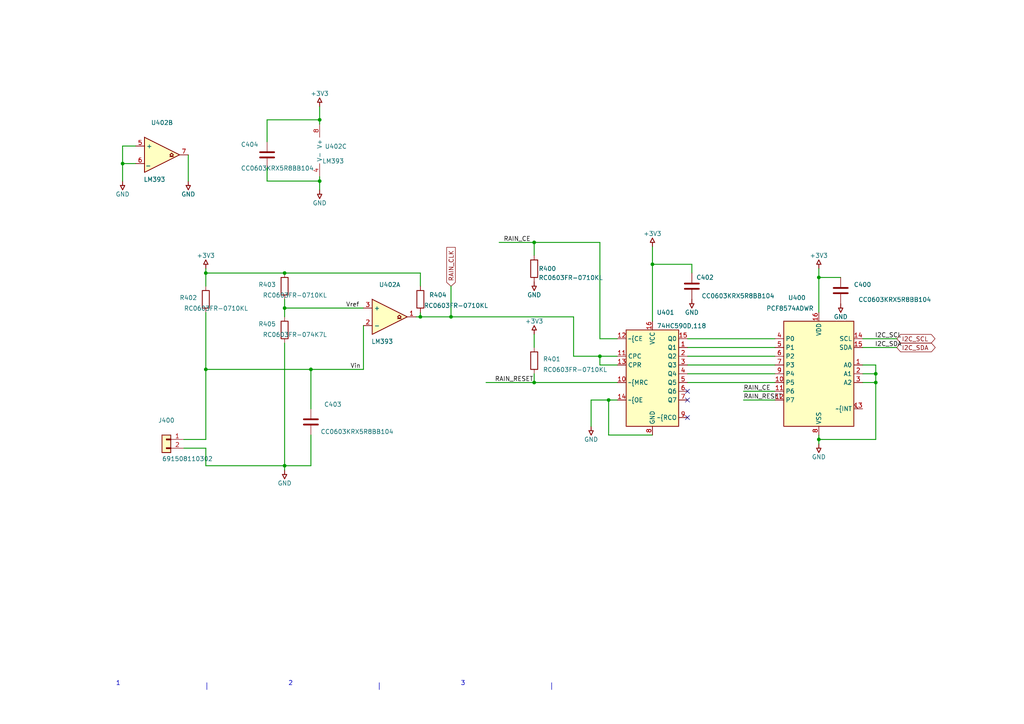
<source format=kicad_sch>
(kicad_sch (version 20211123) (generator eeschema)

  (uuid 93c23370-c88c-4540-ac2e-87dd120bc9d7)

  (paper "A4")

  (lib_symbols
    (symbol "main_board-altium-import:+3V3" (power) (in_bom yes) (on_board yes)
      (property "Reference" "#PWR" (id 0) (at 0 0 0)
        (effects (font (size 1.27 1.27)))
      )
      (property "Value" "+3V3" (id 1) (at 0 3.81 0)
        (effects (font (size 1.27 1.27)))
      )
      (property "Footprint" "" (id 2) (at 0 0 0)
        (effects (font (size 1.27 1.27)) hide)
      )
      (property "Datasheet" "" (id 3) (at 0 0 0)
        (effects (font (size 1.27 1.27)) hide)
      )
      (property "ki_keywords" "power-flag" (id 4) (at 0 0 0)
        (effects (font (size 1.27 1.27)) hide)
      )
      (property "ki_description" "Power symbol creates a global label with name '+3V3'" (id 5) (at 0 0 0)
        (effects (font (size 1.27 1.27)) hide)
      )
      (symbol "+3V3_0_0"
        (polyline
          (pts
            (xy 0 0)
            (xy 0 -1.27)
          )
          (stroke (width 0.254) (type default) (color 0 0 0 0))
          (fill (type none))
        )
        (polyline
          (pts
            (xy -0.635 -1.27)
            (xy 0.635 -1.27)
            (xy 0 -2.54)
            (xy -0.635 -1.27)
          )
          (stroke (width 0.254) (type default) (color 0 0 0 0))
          (fill (type none))
        )
        (pin power_in line (at 0 0 0) (length 0) hide
          (name "+3V3" (effects (font (size 1.27 1.27))))
          (number "" (effects (font (size 1.27 1.27))))
        )
      )
    )
    (symbol "main_board-altium-import:0_74HC590" (in_bom yes) (on_board yes)
      (property "Reference" "" (id 0) (at 0 0 0)
        (effects (font (size 1.27 1.27)))
      )
      (property "Value" "0_74HC590" (id 1) (at 0 0 0)
        (effects (font (size 1.27 1.27)))
      )
      (property "Footprint" "" (id 2) (at 0 0 0)
        (effects (font (size 1.27 1.27)) hide)
      )
      (property "Datasheet" "" (id 3) (at 0 0 0)
        (effects (font (size 1.27 1.27)) hide)
      )
      (property "ki_fp_filters" "SOIC127P600X175-16N" (id 4) (at 0 0 0)
        (effects (font (size 1.27 1.27)) hide)
      )
      (symbol "0_74HC590_1_0"
        (rectangle (start 7.62 15.24) (end -7.62 -12.7)
          (stroke (width 0.254) (type default) (color 0 0 0 0))
          (fill (type background))
        )
        (pin passive line (at 10.16 10.16 180) (length 2.54)
          (name "Q1" (effects (font (size 1.27 1.27))))
          (number "1" (effects (font (size 1.27 1.27))))
        )
        (pin passive line (at -10.16 0 0) (length 2.54)
          (name "~{MRC" (effects (font (size 1.27 1.27))))
          (number "10" (effects (font (size 1.27 1.27))))
        )
        (pin passive line (at -10.16 7.62 0) (length 2.54)
          (name "CPC" (effects (font (size 1.27 1.27))))
          (number "11" (effects (font (size 1.27 1.27))))
        )
        (pin passive line (at -10.16 12.7 0) (length 2.54)
          (name "~{CE" (effects (font (size 1.27 1.27))))
          (number "12" (effects (font (size 1.27 1.27))))
        )
        (pin passive line (at -10.16 5.08 0) (length 2.54)
          (name "CPR" (effects (font (size 1.27 1.27))))
          (number "13" (effects (font (size 1.27 1.27))))
        )
        (pin passive line (at -10.16 -5.08 0) (length 2.54)
          (name "~{OE" (effects (font (size 1.27 1.27))))
          (number "14" (effects (font (size 1.27 1.27))))
        )
        (pin passive line (at 10.16 12.7 180) (length 2.54)
          (name "Q0" (effects (font (size 1.27 1.27))))
          (number "15" (effects (font (size 1.27 1.27))))
        )
        (pin passive line (at 0 17.78 270) (length 2.54)
          (name "VCC" (effects (font (size 1.27 1.27))))
          (number "16" (effects (font (size 1.27 1.27))))
        )
        (pin passive line (at 10.16 7.62 180) (length 2.54)
          (name "Q2" (effects (font (size 1.27 1.27))))
          (number "2" (effects (font (size 1.27 1.27))))
        )
        (pin passive line (at 10.16 5.08 180) (length 2.54)
          (name "Q3" (effects (font (size 1.27 1.27))))
          (number "3" (effects (font (size 1.27 1.27))))
        )
        (pin passive line (at 10.16 2.54 180) (length 2.54)
          (name "Q4" (effects (font (size 1.27 1.27))))
          (number "4" (effects (font (size 1.27 1.27))))
        )
        (pin passive line (at 10.16 0 180) (length 2.54)
          (name "Q5" (effects (font (size 1.27 1.27))))
          (number "5" (effects (font (size 1.27 1.27))))
        )
        (pin passive line (at 10.16 -2.54 180) (length 2.54)
          (name "Q6" (effects (font (size 1.27 1.27))))
          (number "6" (effects (font (size 1.27 1.27))))
        )
        (pin passive line (at 10.16 -5.08 180) (length 2.54)
          (name "Q7" (effects (font (size 1.27 1.27))))
          (number "7" (effects (font (size 1.27 1.27))))
        )
        (pin passive line (at 0 -15.24 90) (length 2.54)
          (name "GND" (effects (font (size 1.27 1.27))))
          (number "8" (effects (font (size 1.27 1.27))))
        )
        (pin passive line (at 10.16 -10.16 180) (length 2.54)
          (name "~{RCO" (effects (font (size 1.27 1.27))))
          (number "9" (effects (font (size 1.27 1.27))))
        )
      )
    )
    (symbol "main_board-altium-import:0_LM393" (in_bom yes) (on_board yes)
      (property "Reference" "" (id 0) (at 0 0 0)
        (effects (font (size 1.27 1.27)))
      )
      (property "Value" "0_LM393" (id 1) (at 0 0 0)
        (effects (font (size 1.27 1.27)))
      )
      (property "Footprint" "" (id 2) (at 0 0 0)
        (effects (font (size 1.27 1.27)) hide)
      )
      (property "Datasheet" "" (id 3) (at 0 0 0)
        (effects (font (size 1.27 1.27)) hide)
      )
      (property "ki_fp_filters" "SOIC127P600X175-8N" (id 4) (at 0 0 0)
        (effects (font (size 1.27 1.27)) hide)
      )
      (symbol "0_LM393_1_0"
        (polyline
          (pts
            (xy -5.08 5.08)
            (xy 5.08 0)
            (xy -5.08 -5.08)
            (xy -5.08 5.08)
            (xy -5.08 5.08)
          )
          (stroke (width 0.254) (type default) (color 0 0 0 0))
          (fill (type background))
        )
        (polyline
          (pts
            (xy 3.302 -0.508)
            (xy 2.794 -0.508)
            (xy 3.302 0)
            (xy 2.794 0.508)
            (xy 2.286 0)
            (xy 2.794 -0.508)
            (xy 2.286 -0.508)
          )
          (stroke (width 0.254) (type default) (color 0 0 0 0))
          (fill (type none))
        )
        (pin passive line (at 7.62 0 180) (length 2.54)
          (name "1" (effects (font (size 0 0))))
          (number "1" (effects (font (size 1.27 1.27))))
        )
        (pin passive line (at -7.62 -2.54 0) (length 2.54)
          (name "-" (effects (font (size 1.27 1.27))))
          (number "2" (effects (font (size 1.27 1.27))))
        )
        (pin passive line (at -7.62 2.54 0) (length 2.54)
          (name "+" (effects (font (size 1.27 1.27))))
          (number "3" (effects (font (size 1.27 1.27))))
        )
      )
      (symbol "0_LM393_2_0"
        (polyline
          (pts
            (xy -5.08 5.08)
            (xy 5.08 0)
            (xy -5.08 -5.08)
            (xy -5.08 5.08)
            (xy -5.08 5.08)
          )
          (stroke (width 0.254) (type default) (color 0 0 0 0))
          (fill (type background))
        )
        (polyline
          (pts
            (xy 3.302 -0.508)
            (xy 2.794 -0.508)
            (xy 3.302 0)
            (xy 2.794 0.508)
            (xy 2.286 0)
            (xy 2.794 -0.508)
            (xy 2.286 -0.508)
          )
          (stroke (width 0.254) (type default) (color 0 0 0 0))
          (fill (type none))
        )
        (pin passive line (at -7.62 2.54 0) (length 2.54)
          (name "+" (effects (font (size 1.27 1.27))))
          (number "5" (effects (font (size 1.27 1.27))))
        )
        (pin passive line (at -7.62 -2.54 0) (length 2.54)
          (name "_" (effects (font (size 1.27 1.27))))
          (number "6" (effects (font (size 1.27 1.27))))
        )
        (pin passive line (at 7.62 0 180) (length 2.54)
          (name "7" (effects (font (size 0 0))))
          (number "7" (effects (font (size 1.27 1.27))))
        )
      )
      (symbol "0_LM393_3_0"
        (pin passive line (at -2.54 -7.62 90) (length 3.81)
          (name "V-" (effects (font (size 1.27 1.27))))
          (number "4" (effects (font (size 1.27 1.27))))
        )
        (pin passive line (at -2.54 7.62 270) (length 3.81)
          (name "V+" (effects (font (size 1.27 1.27))))
          (number "8" (effects (font (size 1.27 1.27))))
        )
      )
    )
    (symbol "main_board-altium-import:0_R" (in_bom yes) (on_board yes)
      (property "Reference" "" (id 0) (at 0 0 0)
        (effects (font (size 1.27 1.27)))
      )
      (property "Value" "0_R" (id 1) (at 0 0 0)
        (effects (font (size 1.27 1.27)))
      )
      (property "Footprint" "" (id 2) (at 0 0 0)
        (effects (font (size 1.27 1.27)) hide)
      )
      (property "Datasheet" "" (id 3) (at 0 0 0)
        (effects (font (size 1.27 1.27)) hide)
      )
      (property "ki_fp_filters" "RESC1608X50N" (id 4) (at 0 0 0)
        (effects (font (size 1.27 1.27)) hide)
      )
      (symbol "0_R_1_0"
        (rectangle (start 1.016 2.54) (end -1.016 -2.54)
          (stroke (width 0.254) (type default) (color 0 0 0 0))
          (fill (type none))
        )
        (pin passive line (at 0 3.81 270) (length 1.27)
          (name "1" (effects (font (size 0 0))))
          (number "1" (effects (font (size 0 0))))
        )
        (pin passive line (at 0 -3.81 90) (length 1.27)
          (name "2" (effects (font (size 0 0))))
          (number "2" (effects (font (size 0 0))))
        )
      )
    )
    (symbol "main_board-altium-import:0_mirrored_C" (in_bom yes) (on_board yes)
      (property "Reference" "" (id 0) (at 0 0 0)
        (effects (font (size 1.27 1.27)))
      )
      (property "Value" "0_mirrored_C" (id 1) (at 0 0 0)
        (effects (font (size 1.27 1.27)))
      )
      (property "Footprint" "" (id 2) (at 0 0 0)
        (effects (font (size 1.27 1.27)) hide)
      )
      (property "Datasheet" "" (id 3) (at 0 0 0)
        (effects (font (size 1.27 1.27)) hide)
      )
      (property "ki_fp_filters" "CAPC1608X80N" (id 4) (at 0 0 0)
        (effects (font (size 1.27 1.27)) hide)
      )
      (symbol "0_mirrored_C_1_0"
        (polyline
          (pts
            (xy 2.032 -0.762)
            (xy -2.032 -0.762)
          )
          (stroke (width 0.508) (type default) (color 0 0 0 0))
          (fill (type none))
        )
        (polyline
          (pts
            (xy 2.032 0.762)
            (xy -2.032 0.762)
          )
          (stroke (width 0.508) (type default) (color 0 0 0 0))
          (fill (type none))
        )
        (pin passive line (at 0 3.81 270) (length 2.794)
          (name "1" (effects (font (size 0 0))))
          (number "1" (effects (font (size 0 0))))
        )
        (pin passive line (at 0 -3.81 90) (length 2.794)
          (name "2" (effects (font (size 0 0))))
          (number "2" (effects (font (size 0 0))))
        )
      )
    )
    (symbol "main_board-altium-import:0_mirrored_Conn_01x02" (in_bom yes) (on_board yes)
      (property "Reference" "" (id 0) (at 0 0 0)
        (effects (font (size 1.27 1.27)))
      )
      (property "Value" "0_mirrored_Conn_01x02" (id 1) (at 0 0 0)
        (effects (font (size 1.27 1.27)))
      )
      (property "Footprint" "" (id 2) (at 0 0 0)
        (effects (font (size 1.27 1.27)) hide)
      )
      (property "Datasheet" "" (id 3) (at 0 0 0)
        (effects (font (size 1.27 1.27)) hide)
      )
      (property "ki_fp_filters" "con_691508110302_sm" (id 4) (at 0 0 0)
        (effects (font (size 1.27 1.27)) hide)
      )
      (symbol "0_mirrored_Conn_01x02_1_0"
        (rectangle (start 1.27 -2.413) (end 0 -2.667)
          (stroke (width 0.254) (type default) (color 0 0 0 0))
          (fill (type none))
        )
        (rectangle (start 1.27 0.127) (end 0 -0.127)
          (stroke (width 0.254) (type default) (color 0 0 0 0))
          (fill (type none))
        )
        (rectangle (start 1.27 1.27) (end -1.27 -3.81)
          (stroke (width 0.254) (type default) (color 0 0 0 0))
          (fill (type background))
        )
        (pin passive line (at 5.08 0 180) (length 3.81)
          (name "Pin_1" (effects (font (size 0 0))))
          (number "1" (effects (font (size 1.27 1.27))))
        )
        (pin passive line (at 5.08 -2.54 180) (length 3.81)
          (name "Pin_2" (effects (font (size 0 0))))
          (number "2" (effects (font (size 1.27 1.27))))
        )
      )
    )
    (symbol "main_board-altium-import:0_mirrored_PCF8574A" (in_bom yes) (on_board yes)
      (property "Reference" "" (id 0) (at 0 0 0)
        (effects (font (size 1.27 1.27)))
      )
      (property "Value" "0_mirrored_PCF8574A" (id 1) (at 0 0 0)
        (effects (font (size 1.27 1.27)))
      )
      (property "Footprint" "" (id 2) (at 0 0 0)
        (effects (font (size 1.27 1.27)) hide)
      )
      (property "Datasheet" "" (id 3) (at 0 0 0)
        (effects (font (size 1.27 1.27)) hide)
      )
      (property "ki_fp_filters" "SOIC127P1030X265-16N" (id 4) (at 0 0 0)
        (effects (font (size 1.27 1.27)) hide)
      )
      (symbol "0_mirrored_PCF8574A_1_0"
        (rectangle (start 10.16 15.24) (end -10.16 -15.24)
          (stroke (width 0.254) (type default) (color 0 0 0 0))
          (fill (type background))
        )
        (pin passive line (at 12.7 2.54 180) (length 2.54)
          (name "A0" (effects (font (size 1.27 1.27))))
          (number "1" (effects (font (size 1.27 1.27))))
        )
        (pin passive line (at -12.7 -2.54 0) (length 2.54)
          (name "P5" (effects (font (size 1.27 1.27))))
          (number "10" (effects (font (size 1.27 1.27))))
        )
        (pin passive line (at -12.7 -5.08 0) (length 2.54)
          (name "P6" (effects (font (size 1.27 1.27))))
          (number "11" (effects (font (size 1.27 1.27))))
        )
        (pin passive line (at -12.7 -7.62 0) (length 2.54)
          (name "P7" (effects (font (size 1.27 1.27))))
          (number "12" (effects (font (size 1.27 1.27))))
        )
        (pin passive output_low (at 12.7 -10.16 180) (length 2.54)
          (name "~{INT" (effects (font (size 1.27 1.27))))
          (number "13" (effects (font (size 1.27 1.27))))
        )
        (pin passive line (at 12.7 10.16 180) (length 2.54)
          (name "SCL" (effects (font (size 1.27 1.27))))
          (number "14" (effects (font (size 1.27 1.27))))
        )
        (pin passive line (at 12.7 7.62 180) (length 2.54)
          (name "SDA" (effects (font (size 1.27 1.27))))
          (number "15" (effects (font (size 1.27 1.27))))
        )
        (pin passive line (at 0 17.78 270) (length 2.54)
          (name "VDD" (effects (font (size 1.27 1.27))))
          (number "16" (effects (font (size 1.27 1.27))))
        )
        (pin passive line (at 12.7 0 180) (length 2.54)
          (name "A1" (effects (font (size 1.27 1.27))))
          (number "2" (effects (font (size 1.27 1.27))))
        )
        (pin passive line (at 12.7 -2.54 180) (length 2.54)
          (name "A2" (effects (font (size 1.27 1.27))))
          (number "3" (effects (font (size 1.27 1.27))))
        )
        (pin passive line (at -12.7 10.16 0) (length 2.54)
          (name "P0" (effects (font (size 1.27 1.27))))
          (number "4" (effects (font (size 1.27 1.27))))
        )
        (pin passive line (at -12.7 7.62 0) (length 2.54)
          (name "P1" (effects (font (size 1.27 1.27))))
          (number "5" (effects (font (size 1.27 1.27))))
        )
        (pin passive line (at -12.7 5.08 0) (length 2.54)
          (name "P2" (effects (font (size 1.27 1.27))))
          (number "6" (effects (font (size 1.27 1.27))))
        )
        (pin passive line (at -12.7 2.54 0) (length 2.54)
          (name "P3" (effects (font (size 1.27 1.27))))
          (number "7" (effects (font (size 1.27 1.27))))
        )
        (pin passive line (at 0 -17.78 90) (length 2.54)
          (name "VSS" (effects (font (size 1.27 1.27))))
          (number "8" (effects (font (size 1.27 1.27))))
        )
        (pin passive line (at -12.7 0 0) (length 2.54)
          (name "P4" (effects (font (size 1.27 1.27))))
          (number "9" (effects (font (size 1.27 1.27))))
        )
      )
    )
    (symbol "main_board-altium-import:2_C" (in_bom yes) (on_board yes)
      (property "Reference" "" (id 0) (at 0 0 0)
        (effects (font (size 1.27 1.27)))
      )
      (property "Value" "2_C" (id 1) (at 0 0 0)
        (effects (font (size 1.27 1.27)))
      )
      (property "Footprint" "" (id 2) (at 0 0 0)
        (effects (font (size 1.27 1.27)) hide)
      )
      (property "Datasheet" "" (id 3) (at 0 0 0)
        (effects (font (size 1.27 1.27)) hide)
      )
      (property "ki_fp_filters" "CAPC1608X80N" (id 4) (at 0 0 0)
        (effects (font (size 1.27 1.27)) hide)
      )
      (symbol "2_C_1_0"
        (polyline
          (pts
            (xy 2.032 -0.762)
            (xy -2.032 -0.762)
          )
          (stroke (width 0.508) (type default) (color 0 0 0 0))
          (fill (type none))
        )
        (polyline
          (pts
            (xy 2.032 0.762)
            (xy -2.032 0.762)
          )
          (stroke (width 0.508) (type default) (color 0 0 0 0))
          (fill (type none))
        )
        (pin passive line (at 0 -3.81 90) (length 2.794)
          (name "1" (effects (font (size 0 0))))
          (number "1" (effects (font (size 0 0))))
        )
        (pin passive line (at 0 3.81 270) (length 2.794)
          (name "2" (effects (font (size 0 0))))
          (number "2" (effects (font (size 0 0))))
        )
      )
    )
    (symbol "main_board-altium-import:GND" (power) (in_bom yes) (on_board yes)
      (property "Reference" "#PWR" (id 0) (at 0 0 0)
        (effects (font (size 1.27 1.27)))
      )
      (property "Value" "GND" (id 1) (at 0 3.81 0)
        (effects (font (size 1.27 1.27)))
      )
      (property "Footprint" "" (id 2) (at 0 0 0)
        (effects (font (size 1.27 1.27)) hide)
      )
      (property "Datasheet" "" (id 3) (at 0 0 0)
        (effects (font (size 1.27 1.27)) hide)
      )
      (property "ki_keywords" "power-flag" (id 4) (at 0 0 0)
        (effects (font (size 1.27 1.27)) hide)
      )
      (property "ki_description" "Power symbol creates a global label with name 'GND'" (id 5) (at 0 0 0)
        (effects (font (size 1.27 1.27)) hide)
      )
      (symbol "GND_0_0"
        (polyline
          (pts
            (xy 0 0)
            (xy 0 -1.27)
          )
          (stroke (width 0.254) (type default) (color 0 0 0 0))
          (fill (type none))
        )
        (polyline
          (pts
            (xy -0.635 -1.27)
            (xy 0.635 -1.27)
            (xy 0 -2.54)
            (xy -0.635 -1.27)
          )
          (stroke (width 0.254) (type default) (color 0 0 0 0))
          (fill (type none))
        )
        (pin power_in line (at 0 0 0) (length 0) hide
          (name "GND" (effects (font (size 1.27 1.27))))
          (number "" (effects (font (size 1.27 1.27))))
        )
      )
    )
  )

  (junction (at 59.69 79.1972) (diameter 0) (color 0 0 0 0)
    (uuid 064aac24-5ec4-4455-943f-d9ecbd0f9660)
  )
  (junction (at 121.92 91.8972) (diameter 0) (color 0 0 0 0)
    (uuid 19a3feb0-14d2-43c2-9f74-6f31af02a999)
  )
  (junction (at 254 110.9472) (diameter 0) (color 0 0 0 0)
    (uuid 50cee248-6ddf-4bc8-b5a6-435b91af9d5d)
  )
  (junction (at 154.94 70.3072) (diameter 0) (color 0 0 0 0)
    (uuid 5da53957-2029-42b6-bcd9-6a10253ec401)
  )
  (junction (at 176.53 116.0272) (diameter 0) (color 0 0 0 0)
    (uuid 7dd21565-75a6-450b-8f4b-60832b64adfa)
  )
  (junction (at 82.55 79.1972) (diameter 0) (color 0 0 0 0)
    (uuid 8408e127-31e9-4f78-b888-00a3ef9bcad9)
  )
  (junction (at 189.23 76.6572) (diameter 0) (color 0 0 0 0)
    (uuid 8f4f777c-b374-4d5b-8c3d-8706cd39a2ff)
  )
  (junction (at 237.49 80.4672) (diameter 0) (color 0 0 0 0)
    (uuid 9934d5ee-201a-4dee-a228-ef4560116b0b)
  )
  (junction (at 82.55 89.3572) (diameter 0) (color 0 0 0 0)
    (uuid 9dd5a8cb-6a16-48ca-86e4-360fc9a67dcf)
  )
  (junction (at 59.69 107.1372) (diameter 0) (color 0 0 0 0)
    (uuid a1c2ba6d-0f8e-4e6f-827e-a48244e91854)
  )
  (junction (at 82.55 135.0772) (diameter 0) (color 0 0 0 0)
    (uuid a1edcf75-5f8a-44d4-bcc2-8b43dedf8d3d)
  )
  (junction (at 154.94 110.9472) (diameter 0) (color 0 0 0 0)
    (uuid bd8c3a85-281d-42a4-bb36-b14ec5918ec6)
  )
  (junction (at 90.17 107.1372) (diameter 0) (color 0 0 0 0)
    (uuid bf218a8c-7db6-48ad-bff1-d0df12437973)
  )
  (junction (at 92.71 52.5272) (diameter 0) (color 0 0 0 0)
    (uuid c0dcdd34-525e-4043-9291-bb21f0bd4f15)
  )
  (junction (at 173.99 103.3272) (diameter 0) (color 0 0 0 0)
    (uuid cf1d63ab-dbb6-4a4e-a670-62b173bb55ed)
  )
  (junction (at 254 108.4072) (diameter 0) (color 0 0 0 0)
    (uuid dbbe1f35-f0b3-4e41-ad0c-8ed99a77b695)
  )
  (junction (at 35.56 47.4472) (diameter 0) (color 0 0 0 0)
    (uuid e5269552-2a58-4ed0-8dd5-3dcec5056f01)
  )
  (junction (at 92.71 34.7472) (diameter 0) (color 0 0 0 0)
    (uuid e790e3b7-c395-4bd1-80fb-8a481dda4c45)
  )
  (junction (at 130.81 91.8972) (diameter 0) (color 0 0 0 0)
    (uuid efbcbb9a-44e7-4de1-a9cd-3ea2011dbf68)
  )
  (junction (at 237.49 127.4572) (diameter 0) (color 0 0 0 0)
    (uuid f4541d51-1145-4286-a724-205bfa3f7084)
  )

  (no_connect (at 199.39 116.0272) (uuid 0a1c8dd3-79aa-4486-b130-3333f90ae4f8))
  (no_connect (at 199.39 113.4872) (uuid 12255160-cc9d-4b9a-8b8d-806e6491b5a7))
  (no_connect (at 199.39 121.1072) (uuid f5a28a1a-7f56-478a-aad0-76861dd7b0e0))

  (wire (pts (xy 82.55 135.0772) (xy 82.55 136.3472))
    (stroke (width 0.254) (type default) (color 0 0 0 0))
    (uuid 005a1ab2-ce64-4842-abf9-36bb47ceee5c)
  )
  (wire (pts (xy 254 108.4072) (xy 254 110.9472))
    (stroke (width 0.254) (type default) (color 0 0 0 0))
    (uuid 0a7481e2-d667-4d48-bede-7eb364cd9a5a)
  )
  (wire (pts (xy 121.92 79.1972) (xy 121.92 83.0072))
    (stroke (width 0.254) (type default) (color 0 0 0 0))
    (uuid 0c1717c9-a901-4c88-a658-0209a0dcb312)
  )
  (wire (pts (xy 59.69 79.1972) (xy 82.55 79.1972))
    (stroke (width 0.254) (type default) (color 0 0 0 0))
    (uuid 0f3734f9-7038-49d8-b5e5-f4faa91f9429)
  )
  (wire (pts (xy 82.55 89.3572) (xy 82.55 91.8972))
    (stroke (width 0.254) (type default) (color 0 0 0 0))
    (uuid 11331dfc-94ab-41c8-aa3b-ac4ad5877ea9)
  )
  (wire (pts (xy 90.17 107.1372) (xy 59.69 107.1372))
    (stroke (width 0.254) (type default) (color 0 0 0 0))
    (uuid 119da164-ffe2-4331-878e-ba3a5678fe1b)
  )
  (wire (pts (xy 90.17 135.0772) (xy 82.55 135.0772))
    (stroke (width 0.254) (type default) (color 0 0 0 0))
    (uuid 12dcfb5f-baa7-4d85-9719-3f6443ba0fa7)
  )
  (wire (pts (xy 254 110.9472) (xy 254 127.4572))
    (stroke (width 0.254) (type default) (color 0 0 0 0))
    (uuid 13e76b50-6881-4466-92bf-2e647347bb2b)
  )
  (wire (pts (xy 120.65 91.8972) (xy 121.92 91.8972))
    (stroke (width 0.254) (type default) (color 0 0 0 0))
    (uuid 1470aaa7-f5d1-4c6e-b77e-d3bf0820989c)
  )
  (wire (pts (xy 173.99 70.3072) (xy 154.94 70.3072))
    (stroke (width 0.254) (type default) (color 0 0 0 0))
    (uuid 168b75fc-110b-4067-98bf-b8bbc138f56e)
  )
  (wire (pts (xy 154.94 74.1172) (xy 154.94 70.3072))
    (stroke (width 0.254) (type default) (color 0 0 0 0))
    (uuid 17bc7b18-6131-424d-aa55-032544778d72)
  )
  (wire (pts (xy 82.55 79.1972) (xy 121.92 79.1972))
    (stroke (width 0.254) (type default) (color 0 0 0 0))
    (uuid 17f190fe-7b9c-4d82-8624-23a4cea3804e)
  )
  (wire (pts (xy 254 105.8672) (xy 254 108.4072))
    (stroke (width 0.254) (type default) (color 0 0 0 0))
    (uuid 21b4a2e6-0e40-4192-943e-bb939e580e2b)
  )
  (wire (pts (xy 39.37 47.4472) (xy 35.56 47.4472))
    (stroke (width 0.254) (type default) (color 0 0 0 0))
    (uuid 27eac3fb-bd87-4e25-b637-19f34283656e)
  )
  (wire (pts (xy 59.69 127.4572) (xy 53.34 127.4572))
    (stroke (width 0.254) (type default) (color 0 0 0 0))
    (uuid 32ec27c9-7c32-48ad-b1e4-0932e0962920)
  )
  (wire (pts (xy 90.17 118.5672) (xy 90.17 107.1372))
    (stroke (width 0.254) (type default) (color 0 0 0 0))
    (uuid 339af272-b753-45be-a8f1-5e3de643d818)
  )
  (wire (pts (xy 171.45 116.0272) (xy 176.53 116.0272))
    (stroke (width 0.254) (type default) (color 0 0 0 0))
    (uuid 34540347-5d64-4723-bd70-f2b6350c77e9)
  )
  (wire (pts (xy 237.49 80.4672) (xy 237.49 90.6272))
    (stroke (width 0.254) (type default) (color 0 0 0 0))
    (uuid 346336da-45ea-4778-a844-d2e98cc1d306)
  )
  (wire (pts (xy 59.69 77.9272) (xy 59.69 79.1972))
    (stroke (width 0.254) (type default) (color 0 0 0 0))
    (uuid 3b639d5b-5b2b-48f3-a1c1-e26227c92a17)
  )
  (wire (pts (xy 39.37 42.3672) (xy 35.56 42.3672))
    (stroke (width 0.254) (type default) (color 0 0 0 0))
    (uuid 3f59f9d0-66b2-4f21-a5ed-8e7a17415a71)
  )
  (wire (pts (xy 224.79 113.4872) (xy 215.646 113.4872))
    (stroke (width 0.254) (type default) (color 0 0 0 0))
    (uuid 41334b7d-d0c4-4f58-b084-db5b24dac967)
  )
  (wire (pts (xy 105.41 94.4372) (xy 105.41 107.1372))
    (stroke (width 0.254) (type default) (color 0 0 0 0))
    (uuid 41c905a2-5cb3-4936-a8e5-c7c833a365ba)
  )
  (wire (pts (xy 250.19 110.9472) (xy 254 110.9472))
    (stroke (width 0.254) (type default) (color 0 0 0 0))
    (uuid 437e16fe-d82b-4564-a666-f25477c1e583)
  )
  (wire (pts (xy 260.096 98.2472) (xy 250.19 98.2472))
    (stroke (width 0.254) (type default) (color 0 0 0 0))
    (uuid 466a58a5-4eb9-4c69-97e9-4fb9fe6988c9)
  )
  (wire (pts (xy 59.69 129.9972) (xy 59.69 135.0772))
    (stroke (width 0.254) (type default) (color 0 0 0 0))
    (uuid 46ae7f8b-54a5-4691-92d0-da888455968a)
  )
  (wire (pts (xy 224.79 105.8672) (xy 199.39 105.8672))
    (stroke (width 0.254) (type default) (color 0 0 0 0))
    (uuid 4c81d6d5-ad24-4042-ab44-53c4a6bcd968)
  )
  (wire (pts (xy 77.47 34.7472) (xy 92.71 34.7472))
    (stroke (width 0.254) (type default) (color 0 0 0 0))
    (uuid 4e059a00-b81b-46be-a368-6cffae6aa9fa)
  )
  (wire (pts (xy 59.69 90.6272) (xy 59.69 107.1372))
    (stroke (width 0.254) (type default) (color 0 0 0 0))
    (uuid 50d9dbff-4aec-4f88-9cce-560c958faa51)
  )
  (wire (pts (xy 154.94 70.3072) (xy 144.78 70.3072))
    (stroke (width 0.254) (type default) (color 0 0 0 0))
    (uuid 53c96dbb-00c5-4486-916c-76cceb4600f1)
  )
  (wire (pts (xy 90.17 126.1872) (xy 90.17 135.0772))
    (stroke (width 0.254) (type default) (color 0 0 0 0))
    (uuid 54bf18f1-ceae-4653-b836-2895f448ff5c)
  )
  (wire (pts (xy 92.71 51.2572) (xy 92.71 52.5272))
    (stroke (width 0.254) (type default) (color 0 0 0 0))
    (uuid 56830e75-df56-42e6-a590-da6bc25ee469)
  )
  (wire (pts (xy 189.23 93.1672) (xy 189.23 76.6572))
    (stroke (width 0.254) (type default) (color 0 0 0 0))
    (uuid 5977957e-b8cf-4c97-8cca-1440dd679b2c)
  )
  (wire (pts (xy 243.84 80.4672) (xy 237.49 80.4672))
    (stroke (width 0.254) (type default) (color 0 0 0 0))
    (uuid 598c5b27-7df0-4dad-ab18-5e5739cfa6d6)
  )
  (polyline (pts (xy 109.9999 200.0072) (xy 109.9999 198.0072))
    (stroke (width 0) (type solid) (color 0 0 0 0))
    (uuid 5a65eb5b-b8be-4b3a-97ae-07e401532b1b)
  )

  (wire (pts (xy 199.39 100.7872) (xy 224.79 100.7872))
    (stroke (width 0.254) (type default) (color 0 0 0 0))
    (uuid 5e26a5db-d7f3-4a6b-959d-6735112a36a6)
  )
  (wire (pts (xy 154.94 108.4072) (xy 154.94 110.9472))
    (stroke (width 0.254) (type default) (color 0 0 0 0))
    (uuid 61e904b9-872f-488c-93ce-98b352262492)
  )
  (wire (pts (xy 199.39 98.2472) (xy 224.79 98.2472))
    (stroke (width 0.254) (type default) (color 0 0 0 0))
    (uuid 6dd0c8db-e9ff-40a0-8b1a-e007d195ad07)
  )
  (wire (pts (xy 77.47 48.7172) (xy 77.47 52.5272))
    (stroke (width 0.254) (type default) (color 0 0 0 0))
    (uuid 74737951-8eb9-4215-8112-af16fcf005c7)
  )
  (wire (pts (xy 224.79 110.9472) (xy 199.39 110.9472))
    (stroke (width 0.254) (type default) (color 0 0 0 0))
    (uuid 790dbd70-cad7-439d-a2fd-0f5c751d6f81)
  )
  (wire (pts (xy 92.71 52.5272) (xy 92.71 55.0672))
    (stroke (width 0.254) (type default) (color 0 0 0 0))
    (uuid 7bb18fc8-1512-4bc2-9b37-e6d6ba951b06)
  )
  (wire (pts (xy 92.71 34.7472) (xy 92.71 36.0172))
    (stroke (width 0.254) (type default) (color 0 0 0 0))
    (uuid 7c1a33a4-c31d-4a13-b8b3-16b7930e5295)
  )
  (wire (pts (xy 250.19 105.8672) (xy 254 105.8672))
    (stroke (width 0.254) (type default) (color 0 0 0 0))
    (uuid 86f1ce58-7241-4d4b-9f6d-1b2f1770aa2d)
  )
  (wire (pts (xy 130.81 91.8972) (xy 166.37 91.8972))
    (stroke (width 0.254) (type default) (color 0 0 0 0))
    (uuid 88044554-1653-482a-8d09-5a8aacd89a82)
  )
  (wire (pts (xy 59.69 107.1372) (xy 59.69 127.4572))
    (stroke (width 0.254) (type default) (color 0 0 0 0))
    (uuid 88fb4dbb-7060-401f-8e25-4ba6db6f8746)
  )
  (wire (pts (xy 166.37 103.3272) (xy 173.99 103.3272))
    (stroke (width 0.254) (type default) (color 0 0 0 0))
    (uuid 8bd12109-12d8-44ca-8f84-090389b144b4)
  )
  (wire (pts (xy 59.69 79.1972) (xy 59.69 83.0072))
    (stroke (width 0.254) (type default) (color 0 0 0 0))
    (uuid 8eef9d47-443a-4a8c-94bd-ad5d6b8994f9)
  )
  (wire (pts (xy 176.53 116.0272) (xy 179.07 116.0272))
    (stroke (width 0.254) (type default) (color 0 0 0 0))
    (uuid 918fa49b-2224-43e2-9764-492f82d84f4c)
  )
  (wire (pts (xy 189.23 71.5772) (xy 189.23 76.6572))
    (stroke (width 0.254) (type default) (color 0 0 0 0))
    (uuid 94411718-e83f-4ca6-ab66-879aa499256c)
  )
  (wire (pts (xy 130.81 83.0072) (xy 130.81 91.8972))
    (stroke (width 0.254) (type default) (color 0 0 0 0))
    (uuid 980ca874-17f3-4e77-a79d-aafa4594d3b4)
  )
  (wire (pts (xy 179.07 103.3272) (xy 173.99 103.3272))
    (stroke (width 0.254) (type default) (color 0 0 0 0))
    (uuid 9897d889-b68f-4a49-942f-e1a390fc251c)
  )
  (wire (pts (xy 250.19 108.4072) (xy 254 108.4072))
    (stroke (width 0.254) (type default) (color 0 0 0 0))
    (uuid 9d6e330f-006c-4c84-aa1c-770c79ab2ccd)
  )
  (wire (pts (xy 189.23 76.6572) (xy 200.66 76.6572))
    (stroke (width 0.254) (type default) (color 0 0 0 0))
    (uuid 9f3cb56e-8c18-4cfa-9b25-9b81a6014e4c)
  )
  (wire (pts (xy 154.94 110.9472) (xy 140.97 110.9472))
    (stroke (width 0.254) (type default) (color 0 0 0 0))
    (uuid a29d2e32-b715-4511-ab9e-e75c5c741e75)
  )
  (wire (pts (xy 35.56 47.4472) (xy 35.56 52.5272))
    (stroke (width 0.254) (type default) (color 0 0 0 0))
    (uuid a2b3b372-641f-49b6-90b0-978c50cc6985)
  )
  (wire (pts (xy 121.92 91.8972) (xy 130.81 91.8972))
    (stroke (width 0.254) (type default) (color 0 0 0 0))
    (uuid a30f8fc6-ea95-4ca0-b5f6-ef1505850011)
  )
  (wire (pts (xy 254 127.4572) (xy 237.49 127.4572))
    (stroke (width 0.254) (type default) (color 0 0 0 0))
    (uuid a944b33b-f602-4bd6-9e2f-6ba51e401c25)
  )
  (wire (pts (xy 77.47 41.0972) (xy 77.47 34.7472))
    (stroke (width 0.254) (type default) (color 0 0 0 0))
    (uuid ac0fb9ad-6c13-41ca-a183-9f59c002e350)
  )
  (wire (pts (xy 173.99 98.2472) (xy 173.99 70.3072))
    (stroke (width 0.254) (type default) (color 0 0 0 0))
    (uuid af7ad60f-61ea-4a75-80a1-c75b293c921e)
  )
  (wire (pts (xy 171.45 123.6472) (xy 171.45 116.0272))
    (stroke (width 0.254) (type default) (color 0 0 0 0))
    (uuid b2d7601a-144a-435f-91b7-b68686f88239)
  )
  (wire (pts (xy 260.096 100.7872) (xy 250.19 100.7872))
    (stroke (width 0.254) (type default) (color 0 0 0 0))
    (uuid b6445f3a-dec2-4f51-9b1e-7a0208e84e23)
  )
  (wire (pts (xy 237.49 77.9272) (xy 237.49 80.4672))
    (stroke (width 0.254) (type default) (color 0 0 0 0))
    (uuid b8d9d3d4-5ae6-43fc-9970-e7bf39839cba)
  )
  (wire (pts (xy 173.99 103.3272) (xy 173.99 105.8672))
    (stroke (width 0.254) (type default) (color 0 0 0 0))
    (uuid bcc17d3a-2a6b-4226-83a3-ee2299dfa9ff)
  )
  (wire (pts (xy 189.23 126.1872) (xy 176.53 126.1872))
    (stroke (width 0.254) (type default) (color 0 0 0 0))
    (uuid bd5bb38f-828b-4e46-a9d0-32f6a0673e05)
  )
  (wire (pts (xy 199.39 103.3272) (xy 224.79 103.3272))
    (stroke (width 0.254) (type default) (color 0 0 0 0))
    (uuid c3ef99da-2b8a-4643-b96e-6ad392c313ee)
  )
  (wire (pts (xy 82.55 86.8172) (xy 82.55 89.3572))
    (stroke (width 0.254) (type default) (color 0 0 0 0))
    (uuid c63006f4-f9c8-46c7-9bb9-8175dd3f9e59)
  )
  (polyline (pts (xy 159.9999 200.0072) (xy 159.9999 198.0072))
    (stroke (width 0) (type solid) (color 0 0 0 0))
    (uuid c9ce20b8-1436-44a0-8960-238ae959ab79)
  )

  (wire (pts (xy 166.37 91.8972) (xy 166.37 103.3272))
    (stroke (width 0.254) (type default) (color 0 0 0 0))
    (uuid cd8c5492-61d9-4250-a9b4-c2e015d13694)
  )
  (wire (pts (xy 237.49 126.1872) (xy 237.49 127.4572))
    (stroke (width 0.254) (type default) (color 0 0 0 0))
    (uuid cda32e56-5504-4532-8d34-a6c27df9a4b4)
  )
  (wire (pts (xy 54.61 44.9072) (xy 54.61 52.5272))
    (stroke (width 0.254) (type default) (color 0 0 0 0))
    (uuid d3e4ea4f-e51c-45f4-8f0e-a294e95ffa49)
  )
  (wire (pts (xy 121.92 91.8972) (xy 121.92 90.6272))
    (stroke (width 0.254) (type default) (color 0 0 0 0))
    (uuid dbcbc980-21f6-4c6d-9727-55e1eb8299ce)
  )
  (wire (pts (xy 59.69 135.0772) (xy 82.55 135.0772))
    (stroke (width 0.254) (type default) (color 0 0 0 0))
    (uuid dc608b42-4233-48b9-9ff2-ed2a91689bbe)
  )
  (wire (pts (xy 82.55 99.5172) (xy 82.55 135.0772))
    (stroke (width 0.254) (type default) (color 0 0 0 0))
    (uuid deba8366-d5b2-42b8-89d2-68ae19603adb)
  )
  (wire (pts (xy 77.47 52.5272) (xy 92.71 52.5272))
    (stroke (width 0.254) (type default) (color 0 0 0 0))
    (uuid e8aa1f9a-26a4-4afd-9bd5-8d690403de4c)
  )
  (wire (pts (xy 200.66 76.6572) (xy 200.66 79.1972))
    (stroke (width 0.254) (type default) (color 0 0 0 0))
    (uuid e969e00d-3e12-4e89-b2e5-fa2da282f8a9)
  )
  (wire (pts (xy 82.55 89.3572) (xy 105.41 89.3572))
    (stroke (width 0.254) (type default) (color 0 0 0 0))
    (uuid ecdfe08f-acc9-469e-9069-a6fad08c8cbf)
  )
  (wire (pts (xy 173.99 105.8672) (xy 179.07 105.8672))
    (stroke (width 0.254) (type default) (color 0 0 0 0))
    (uuid f0ea2842-69fa-4e84-ad8f-4e38b1cc777c)
  )
  (wire (pts (xy 179.07 98.2472) (xy 173.99 98.2472))
    (stroke (width 0.254) (type default) (color 0 0 0 0))
    (uuid f155c825-4758-4409-afee-c629eaae6ecd)
  )
  (wire (pts (xy 154.94 110.9472) (xy 179.07 110.9472))
    (stroke (width 0.254) (type default) (color 0 0 0 0))
    (uuid f1c014d1-bba7-41f3-b900-a2a5f7c2f13e)
  )
  (wire (pts (xy 35.56 42.3672) (xy 35.56 47.4472))
    (stroke (width 0.254) (type default) (color 0 0 0 0))
    (uuid f2d89196-a7c9-4b41-b283-223a8d7fdfe8)
  )
  (wire (pts (xy 53.34 129.9972) (xy 59.69 129.9972))
    (stroke (width 0.254) (type default) (color 0 0 0 0))
    (uuid f34413a1-3c1f-416e-9e43-2d8867731512)
  )
  (wire (pts (xy 154.94 96.9772) (xy 154.94 100.7872))
    (stroke (width 0.254) (type default) (color 0 0 0 0))
    (uuid f876b65e-e9b9-4617-ab5a-b6c502115159)
  )
  (wire (pts (xy 237.49 127.4572) (xy 237.49 128.7272))
    (stroke (width 0.254) (type default) (color 0 0 0 0))
    (uuid f954493f-31a4-4c82-a5b6-4dbe39002c06)
  )
  (wire (pts (xy 105.41 107.1372) (xy 90.17 107.1372))
    (stroke (width 0.254) (type default) (color 0 0 0 0))
    (uuid f9a560f0-14af-43d5-a423-da229968969e)
  )
  (wire (pts (xy 224.79 116.0272) (xy 215.646 116.0272))
    (stroke (width 0.254) (type default) (color 0 0 0 0))
    (uuid fac3c50b-7b17-4a39-8062-af8954b13534)
  )
  (polyline (pts (xy 59.9999 200.0072) (xy 59.9999 198.0072))
    (stroke (width 0) (type solid) (color 0 0 0 0))
    (uuid fad4baf9-d512-483e-9c62-5ba683d77963)
  )

  (wire (pts (xy 176.53 126.1872) (xy 176.53 116.0272))
    (stroke (width 0.254) (type default) (color 0 0 0 0))
    (uuid fb7c4ac3-6a9f-458d-8ffa-900f85b842e9)
  )
  (wire (pts (xy 92.71 30.9372) (xy 92.71 34.7472))
    (stroke (width 0.254) (type default) (color 0 0 0 0))
    (uuid fde178d0-3c60-4c1e-a71b-1108f575bb69)
  )
  (wire (pts (xy 224.79 108.4072) (xy 199.39 108.4072))
    (stroke (width 0.254) (type default) (color 0 0 0 0))
    (uuid ff1b1bb7-c1a1-47ad-9045-c2d349ce320f)
  )

  (text "2" (at 84.9999 199.0072 180)
    (effects (font (size 1.27 1.27)) (justify right bottom))
    (uuid 041d36db-407e-4d01-a565-1decd743953e)
  )
  (text "1" (at 34.9999 199.0072 180)
    (effects (font (size 1.27 1.27)) (justify right bottom))
    (uuid 53a20cce-8091-47aa-bfa2-1edde0dbfcc9)
  )
  (text "3" (at 134.9999 199.0072 180)
    (effects (font (size 1.27 1.27)) (justify right bottom))
    (uuid d579d5d9-9b2f-4342-8d74-45e2b972dab4)
  )

  (label "RAIN_RESET" (at 143.51 110.9472 0)
    (effects (font (size 1.27 1.27)) (justify left bottom))
    (uuid 5389a11a-7b98-4ae6-8b06-663ad19cd0e8)
  )
  (label "Vin" (at 101.6 107.1372 0)
    (effects (font (size 1.27 1.27)) (justify left bottom))
    (uuid 53923e5f-1b72-4ac4-86fd-e7e2e062e866)
  )
  (label "RAIN_RESET" (at 215.646 116.0272 0)
    (effects (font (size 1.27 1.27)) (justify left bottom))
    (uuid 62a5708c-ab1b-41fb-a8b5-0657373d331e)
  )
  (label "Vref" (at 100.33 89.3572 0)
    (effects (font (size 1.27 1.27)) (justify left bottom))
    (uuid 8696f779-bc61-4305-8f2a-6e59ddd212da)
  )
  (label "RAIN_CE" (at 215.646 113.4872 0)
    (effects (font (size 1.27 1.27)) (justify left bottom))
    (uuid 969d54e9-091a-4822-b2f1-d5f65f0bf66b)
  )
  (label "RAIN_CE" (at 146.05 70.3072 0)
    (effects (font (size 1.27 1.27)) (justify left bottom))
    (uuid cd29126e-aba9-4a1a-98ab-9757b39a85b7)
  )
  (label "I2C_SDA" (at 253.746 100.7872 0)
    (effects (font (size 1.27 1.27)) (justify left bottom))
    (uuid ea7c2cdb-975a-464d-a2c3-ef7fb79f7b6d)
  )
  (label "I2C_SCL" (at 253.746 98.2472 0)
    (effects (font (size 1.27 1.27)) (justify left bottom))
    (uuid f59bff2e-0f4d-4f6a-b29b-37751e2bbc9a)
  )

  (global_label "I2C_SDA" (shape bidirectional) (at 260.096 100.7872 0) (fields_autoplaced)
    (effects (font (size 1.27 1.27)) (justify left))
    (uuid ac270c6a-2006-41aa-8cc2-735e97fd3793)
    (property "Intersheet References" "${INTERSHEET_REFS}" (id 0) (at 5.08 7.62 0)
      (effects (font (size 1.27 1.27)) hide)
    )
  )
  (global_label "I2C_SCL" (shape bidirectional) (at 260.096 98.2472 0) (fields_autoplaced)
    (effects (font (size 1.27 1.27)) (justify left))
    (uuid de408588-0238-4f21-8c58-3f1234e661c8)
    (property "Intersheet References" "${INTERSHEET_REFS}" (id 0) (at 5.08 7.62 0)
      (effects (font (size 1.27 1.27)) hide)
    )
  )
  (global_label "RAIN_CLK" (shape input) (at 130.81 83.0072 90) (fields_autoplaced)
    (effects (font (size 1.27 1.27)) (justify left))
    (uuid f8dd592b-0b13-4b9c-b490-14649f3c0700)
    (property "Intersheet References" "${INTERSHEET_REFS}" (id 0) (at 5.08 7.62 0)
      (effects (font (size 1.27 1.27)) hide)
    )
  )

  (symbol (lib_id "main_board-altium-import:2_C") (at 200.66 83.0072 0) (unit 1)
    (in_bom yes) (on_board yes)
    (uuid 037791f7-0b6b-411f-96ec-0bf2cb35b675)
    (property "Reference" "C402" (id 0) (at 201.93 80.4672 0)
      (effects (font (size 1.27 1.27)) (justify left))
    )
    (property "Value" "100nF" (id 1) (at 203.454 86.5632 0)
      (effects (font (size 1.27 1.27)) (justify left bottom))
    )
    (property "Footprint" "CAPC1608X80N" (id 2) (at 200.66 83.0072 0)
      (effects (font (size 1.27 1.27)) hide)
    )
    (property "Datasheet" "" (id 3) (at 200.66 83.0072 0)
      (effects (font (size 1.27 1.27)) hide)
    )
    (property "ALTIUM_VALUE" "CC0603KRX5R8BB104" (id 4) (at 203.2 74.93 0)
      (effects (font (size 1.27 1.27)) (justify left) hide)
    )
    (property "FOOTPRINT" "OPL_Capacitor:C0603" (id 5) (at 199.6948 79.1972 0)
      (effects (font (size 1.27 1.27)) hide)
    )
    (pin "1" (uuid 798f3d63-3ea0-470d-b0dc-99e3d35721bc))
    (pin "2" (uuid 976ef311-2b36-48df-9c6e-b250195ace77))
  )

  (symbol (lib_id "main_board-altium-import:GND") (at 171.45 123.6472 0) (unit 1)
    (in_bom yes) (on_board yes)
    (uuid 08b5285c-e6ac-4fd5-89f1-751e1b10041c)
    (property "Reference" "#PWR0173" (id 0) (at 171.45 123.6472 0)
      (effects (font (size 1.27 1.27)) hide)
    )
    (property "Value" "GND" (id 1) (at 171.45 127.4572 0))
    (property "Footprint" "" (id 2) (at 171.45 123.6472 0)
      (effects (font (size 1.27 1.27)) hide)
    )
    (property "Datasheet" "" (id 3) (at 171.45 123.6472 0)
      (effects (font (size 1.27 1.27)) hide)
    )
    (pin "" (uuid de1444b0-ee05-4391-ae2c-670051a2e5f2))
  )

  (symbol (lib_id "main_board-altium-import:2_C") (at 77.47 44.9072 0) (unit 1)
    (in_bom yes) (on_board yes)
    (uuid 0ac868a2-61cb-4b55-b823-31ea796e4a68)
    (property "Reference" "C404" (id 0) (at 69.85 41.91 0)
      (effects (font (size 1.27 1.27)) (justify left))
    )
    (property "Value" "100nF" (id 1) (at 69.85 49.53 0)
      (effects (font (size 1.27 1.27)) (justify left bottom))
    )
    (property "Footprint" "CAPC1608X80N" (id 2) (at 77.47 44.9072 0)
      (effects (font (size 1.27 1.27)) hide)
    )
    (property "Datasheet" "" (id 3) (at 77.47 44.9072 0)
      (effects (font (size 1.27 1.27)) hide)
    )
    (property "ALTIUM_VALUE" "CC0603KRX5R8BB104" (id 4) (at 62.23 42.3672 0)
      (effects (font (size 1.27 1.27)) (justify left) hide)
    )
    (property "FOOTPRINT" "OPL_Capacitor:C0603" (id 5) (at 76.5048 41.0972 0)
      (effects (font (size 1.27 1.27)) hide)
    )
    (pin "1" (uuid 279eef44-9e5f-4ee5-98c8-cd7bcd2cb7b5))
    (pin "2" (uuid 600c2b76-cc16-4aa5-bf5e-ed3ab0394b48))
  )

  (symbol (lib_id "main_board-altium-import:0_R") (at 82.55 83.0072 0) (unit 1)
    (in_bom yes) (on_board yes)
    (uuid 0e6b115a-ca76-4b21-8148-0f16273d307a)
    (property "Reference" "R403" (id 0) (at 74.93 82.55 0)
      (effects (font (size 1.27 1.27)) (justify left))
    )
    (property "Value" "10K" (id 1) (at 76.2 86.36 0)
      (effects (font (size 1.27 1.27)) (justify left bottom))
    )
    (property "Footprint" "RESC1608X50N" (id 2) (at 82.55 83.0072 0)
      (effects (font (size 1.27 1.27)) hide)
    )
    (property "Datasheet" "" (id 3) (at 82.55 83.0072 0)
      (effects (font (size 1.27 1.27)) hide)
    )
    (property "ALTIUM_VALUE" "RC0603FR-0710KL" (id 4) (at 68.58 85.5472 0)
      (effects (font (size 1.27 1.27)) (justify left) hide)
    )
    (property "FOOTPRINT" "OPL_Resistor:R0603" (id 5) (at 80.772 83.0072 90)
      (effects (font (size 1.27 1.27)) hide)
    )
    (pin "1" (uuid 4614cf85-c65e-40a9-aee2-227a24012503))
    (pin "2" (uuid 8e8ea37c-f41d-4569-ace7-e732cb27a92d))
  )

  (symbol (lib_id "main_board-altium-import:0_LM393") (at 46.99 44.9072 0) (unit 2)
    (in_bom yes) (on_board yes)
    (uuid 144ea723-06fc-4055-b8ef-501771ff7334)
    (property "Reference" "U402" (id 0) (at 46.99 35.5854 0))
    (property "Value" "LM393-N" (id 1) (at 41.656 52.7812 0)
      (effects (font (size 1.27 1.27)) (justify left bottom))
    )
    (property "Footprint" "SOIC127P600X175-8N" (id 2) (at 46.99 44.9072 0)
      (effects (font (size 1.27 1.27)) hide)
    )
    (property "Datasheet" "https://gitlab.ecs.vuw.ac.nz/QuiltyGroup/Research/ENGR489/Environmental-Monitoring-2020/engr489-project/-/blob/master/docs/datasheets/lm293-n-comparator.pdf" (id 3) (at 46.99 44.9072 0)
      (effects (font (size 1.27 1.27)) hide)
    )
    (property "ALTIUM_VALUE" "LM393" (id 4) (at 46.99 37.8968 0)
      (effects (font (size 1.27 1.27)) hide)
    )
    (property "FOOTPRINT" "" (id 5) (at 46.99 44.9072 0)
      (effects (font (size 1.27 1.27)) hide)
    )
    (pin "5" (uuid 12a56f3f-d175-4296-ba3e-15e0744aca3b))
    (pin "6" (uuid 69ada836-11a5-4c61-b5a4-b711d53af42b))
    (pin "7" (uuid 0f9289a9-c07b-4423-9227-e6c4d7d06c30))
  )

  (symbol (lib_id "main_board-altium-import:0_R") (at 121.92 86.8172 0) (unit 1)
    (in_bom yes) (on_board yes)
    (uuid 4088e813-1bbe-405d-acc2-03fd4ff3a7ac)
    (property "Reference" "R404" (id 0) (at 124.46 85.5472 0)
      (effects (font (size 1.27 1.27)) (justify left))
    )
    (property "Value" "10K" (id 1) (at 122.936 89.3572 0)
      (effects (font (size 1.27 1.27)) (justify left bottom))
    )
    (property "Footprint" "RESC1608X50N" (id 2) (at 121.92 86.8172 0)
      (effects (font (size 1.27 1.27)) hide)
    )
    (property "Datasheet" "" (id 3) (at 121.92 86.8172 0)
      (effects (font (size 1.27 1.27)) hide)
    )
    (property "ALTIUM_VALUE" "RC0603FR-0710KL" (id 4) (at 124.46 88.0872 0)
      (effects (font (size 1.27 1.27)) (justify left) hide)
    )
    (property "FOOTPRINT" "OPL_Resistor:R0603" (id 5) (at 120.142 86.8172 90)
      (effects (font (size 1.27 1.27)) hide)
    )
    (pin "1" (uuid 25619dec-7fa5-4f00-8695-7722b4b80d93))
    (pin "2" (uuid 0cb2222d-32bc-4824-a710-cbc761098379))
  )

  (symbol (lib_id "main_board-altium-import:GND") (at 92.71 55.0672 0) (unit 1)
    (in_bom yes) (on_board yes)
    (uuid 44f8f1b3-9b52-414a-9289-32802940ad3d)
    (property "Reference" "#PWR0180" (id 0) (at 92.71 55.0672 0)
      (effects (font (size 1.27 1.27)) hide)
    )
    (property "Value" "GND" (id 1) (at 92.71 58.8772 0))
    (property "Footprint" "" (id 2) (at 92.71 55.0672 0)
      (effects (font (size 1.27 1.27)) hide)
    )
    (property "Datasheet" "" (id 3) (at 92.71 55.0672 0)
      (effects (font (size 1.27 1.27)) hide)
    )
    (pin "" (uuid 7d4ebb9f-c52b-4599-be5b-a884dd8e424a))
  )

  (symbol (lib_id "main_board-altium-import:0_R") (at 82.55 95.7072 0) (unit 1)
    (in_bom yes) (on_board yes)
    (uuid 4efa236a-0cac-4446-9fe1-6087fcb3e483)
    (property "Reference" "R405" (id 0) (at 74.93 93.98 0)
      (effects (font (size 1.27 1.27)) (justify left))
    )
    (property "Value" "4K7" (id 1) (at 76.2 97.79 0)
      (effects (font (size 1.27 1.27)) (justify left bottom))
    )
    (property "Footprint" "RESC1608X50N" (id 2) (at 82.55 95.7072 0)
      (effects (font (size 1.27 1.27)) hide)
    )
    (property "Datasheet" "" (id 3) (at 82.55 95.7072 0)
      (effects (font (size 1.27 1.27)) hide)
    )
    (property "ALTIUM_VALUE" "RC0603FR-074K7L" (id 4) (at 68.58 98.2472 0)
      (effects (font (size 1.27 1.27)) (justify left) hide)
    )
    (property "FOOTPRINT" "OPL_Resistor:R0603" (id 5) (at 80.772 95.7072 90)
      (effects (font (size 1.27 1.27)) hide)
    )
    (pin "1" (uuid 6019262b-3496-4757-8670-296d886c2c83))
    (pin "2" (uuid 918e9438-0488-4985-bb76-eda4f1cd09e7))
  )

  (symbol (lib_id "main_board-altium-import:0_R") (at 154.94 77.9272 0) (unit 1)
    (in_bom yes) (on_board yes)
    (uuid 4fedfa55-8883-4e5a-ab8e-e5c204c6cae8)
    (property "Reference" "R400" (id 0) (at 156.21 77.9272 0)
      (effects (font (size 1.27 1.27)) (justify left))
    )
    (property "Value" "10K" (id 1) (at 156.21 81.28 0)
      (effects (font (size 1.27 1.27)) (justify left bottom))
    )
    (property "Footprint" "RESC1608X50N" (id 2) (at 154.94 77.9272 0)
      (effects (font (size 1.27 1.27)) hide)
    )
    (property "Datasheet" "" (id 3) (at 154.94 77.9272 0)
      (effects (font (size 1.27 1.27)) hide)
    )
    (property "ALTIUM_VALUE" "RC0603FR-0710KL" (id 4) (at 156.21 81.7372 0)
      (effects (font (size 1.27 1.27)) (justify left) hide)
    )
    (property "FOOTPRINT" "OPL_Resistor:R0603" (id 5) (at 153.162 77.9272 90)
      (effects (font (size 1.27 1.27)) hide)
    )
    (pin "1" (uuid d28f15c9-f755-41ae-b09b-1f2938e4a33d))
    (pin "2" (uuid e1287ce2-d129-4841-b05f-3dd1f25c6fcd))
  )

  (symbol (lib_id "main_board-altium-import:GND") (at 237.49 128.7272 0) (unit 1)
    (in_bom yes) (on_board yes)
    (uuid 56ff6c91-3a68-43f3-8d4b-d164437f7438)
    (property "Reference" "#PWR0172" (id 0) (at 237.49 128.7272 0)
      (effects (font (size 1.27 1.27)) hide)
    )
    (property "Value" "GND" (id 1) (at 237.49 132.5372 0))
    (property "Footprint" "" (id 2) (at 237.49 128.7272 0)
      (effects (font (size 1.27 1.27)) hide)
    )
    (property "Datasheet" "" (id 3) (at 237.49 128.7272 0)
      (effects (font (size 1.27 1.27)) hide)
    )
    (pin "" (uuid 630c2f74-daf1-4181-8825-60f8b111958f))
  )

  (symbol (lib_id "main_board-altium-import:GND") (at 35.56 52.5272 0) (unit 1)
    (in_bom yes) (on_board yes)
    (uuid 5e58ab7d-f11a-4310-a9ce-686704e9ada4)
    (property "Reference" "#PWR0177" (id 0) (at 35.56 52.5272 0)
      (effects (font (size 1.27 1.27)) hide)
    )
    (property "Value" "GND" (id 1) (at 35.56 56.3372 0))
    (property "Footprint" "" (id 2) (at 35.56 52.5272 0)
      (effects (font (size 1.27 1.27)) hide)
    )
    (property "Datasheet" "" (id 3) (at 35.56 52.5272 0)
      (effects (font (size 1.27 1.27)) hide)
    )
    (pin "" (uuid 813a4aa3-1438-4ed8-8682-303d1dc485af))
  )

  (symbol (lib_id "main_board-altium-import:+3V3") (at 189.23 71.5772 180) (unit 1)
    (in_bom yes) (on_board yes)
    (uuid 61538201-9a04-4cd3-9876-ec112a29b019)
    (property "Reference" "#PWR0174" (id 0) (at 189.23 71.5772 0)
      (effects (font (size 1.27 1.27)) hide)
    )
    (property "Value" "+3V3" (id 1) (at 189.23 67.7672 0))
    (property "Footprint" "" (id 2) (at 189.23 71.5772 0)
      (effects (font (size 1.27 1.27)) hide)
    )
    (property "Datasheet" "" (id 3) (at 189.23 71.5772 0)
      (effects (font (size 1.27 1.27)) hide)
    )
    (pin "" (uuid 727fe13a-31cb-4cd6-9f2a-3ac7da09e08c))
  )

  (symbol (lib_id "main_board-altium-import:0_mirrored_C") (at 243.84 84.2772 0) (unit 1)
    (in_bom yes) (on_board yes)
    (uuid 66663631-d6f3-4a5e-a176-50982dd4a7e4)
    (property "Reference" "C400" (id 0) (at 252.73 82.55 0)
      (effects (font (size 1.27 1.27)) (justify right))
    )
    (property "Value" "100nF" (id 1) (at 248.92 87.63 0)
      (effects (font (size 1.27 1.27)) (justify left bottom))
    )
    (property "Footprint" "CAPC1608X80N" (id 2) (at 243.84 84.2772 0)
      (effects (font (size 1.27 1.27)) hide)
    )
    (property "Datasheet" "" (id 3) (at 243.84 84.2772 0)
      (effects (font (size 1.27 1.27)) hide)
    )
    (property "ALTIUM_VALUE" "CC0603KRX5R8BB104" (id 4) (at 259.08 86.8172 0)
      (effects (font (size 1.27 1.27)) (justify right) hide)
    )
    (property "FOOTPRINT" "OPL_Capacitor:C0603" (id 5) (at 242.8748 88.0872 0)
      (effects (font (size 1.27 1.27)) hide)
    )
    (pin "1" (uuid ae467a96-f1b0-489e-b729-85ef9336eae5))
    (pin "2" (uuid 2cee86a3-fce7-407f-94bb-4239ab6bc7b2))
  )

  (symbol (lib_id "main_board-altium-import:0_mirrored_PCF8574A") (at 237.49 108.4072 0) (unit 1)
    (in_bom yes) (on_board yes)
    (uuid 7e17be0a-407e-471a-8d4b-2b97813e2626)
    (property "Reference" "U400" (id 0) (at 231.14 86.36 0))
    (property "Value" "PCF8574ADWR" (id 1) (at 222.25 90.17 0)
      (effects (font (size 1.27 1.27)) (justify left bottom))
    )
    (property "Footprint" "SOIC127P1030X265-16N" (id 2) (at 237.49 108.4072 0)
      (effects (font (size 1.27 1.27)) hide)
    )
    (property "Datasheet" "https://gitlab.ecs.vuw.ac.nz/QuiltyGroup/Research/ENGR489/Environmental-Monitoring-2020/engr489-project/-/blob/master/docs/datasheets/pcf8574-io-expander.pdf" (id 3) (at 237.49 108.4072 0)
      (effects (font (size 1.27 1.27)) hide)
    )
    (property "ALTIUM_VALUE" "PCF8574ADGVR" (id 4) (at 229.87 89.3572 0)
      (effects (font (size 1.27 1.27)) hide)
    )
    (property "FOOTPRINT" "" (id 5) (at 237.49 108.4072 0)
      (effects (font (size 1.27 1.27)) hide)
    )
    (pin "1" (uuid 17146942-3ae7-4d0f-82df-d05f19d4625c))
    (pin "10" (uuid ce82bad6-71aa-4e24-b36b-840272b7c2a8))
    (pin "11" (uuid 52a30a83-4dfc-4c2b-a51e-7fc26f4e546b))
    (pin "12" (uuid e2ca1f62-2b81-4e4c-b2d6-cc44f9d4cc97))
    (pin "13" (uuid 8eee45e7-711f-4dfa-9b14-e0f4baea4110))
    (pin "14" (uuid b2502fd8-e8a8-4cf0-b718-c349a466c0fa))
    (pin "15" (uuid 0191afd0-5f1a-40c0-8c2c-fc6b4512ec40))
    (pin "16" (uuid 2b29d484-7e0e-4f6b-a0ca-39e3670c2806))
    (pin "2" (uuid d879b72c-8444-4fc1-b32c-4db75e424cd3))
    (pin "3" (uuid 20897d5d-cbee-405f-9a48-ddc4589aeafc))
    (pin "4" (uuid bf8253a2-b076-4103-8404-08d44eab03a2))
    (pin "5" (uuid 60e7d3cb-6a71-46c2-8132-b472b5885eab))
    (pin "6" (uuid fdf7a284-ccab-4ad3-ac96-19116ffa1017))
    (pin "7" (uuid fc195212-03c3-456e-8c13-cd6ea1f24622))
    (pin "8" (uuid fc4adc20-1bc9-47e4-8e2d-5ead29a7bb67))
    (pin "9" (uuid 855e4715-5707-429a-a02c-0db20ff4c70e))
  )

  (symbol (lib_id "main_board-altium-import:+3V3") (at 237.49 77.9272 180) (unit 1)
    (in_bom yes) (on_board yes)
    (uuid 895f5c34-a357-4c69-8a73-04562b5f1278)
    (property "Reference" "#PWR0170" (id 0) (at 237.49 77.9272 0)
      (effects (font (size 1.27 1.27)) hide)
    )
    (property "Value" "+3V3" (id 1) (at 237.49 74.1172 0))
    (property "Footprint" "" (id 2) (at 237.49 77.9272 0)
      (effects (font (size 1.27 1.27)) hide)
    )
    (property "Datasheet" "" (id 3) (at 237.49 77.9272 0)
      (effects (font (size 1.27 1.27)) hide)
    )
    (pin "" (uuid f654da98-8863-440e-a2fa-85f7e4b96701))
  )

  (symbol (lib_id "main_board-altium-import:0_R") (at 59.69 86.8172 0) (unit 1)
    (in_bom yes) (on_board yes)
    (uuid 9d8b82e2-c3ee-480f-970b-e89efd8b1362)
    (property "Reference" "R402" (id 0) (at 52.07 86.36 0)
      (effects (font (size 1.27 1.27)) (justify left))
    )
    (property "Value" "10K" (id 1) (at 53.34 90.17 0)
      (effects (font (size 1.27 1.27)) (justify left bottom))
    )
    (property "Footprint" "RESC1608X50N" (id 2) (at 59.69 86.8172 0)
      (effects (font (size 1.27 1.27)) hide)
    )
    (property "Datasheet" "" (id 3) (at 59.69 86.8172 0)
      (effects (font (size 1.27 1.27)) hide)
    )
    (property "ALTIUM_VALUE" "RC0603FR-0710KL" (id 4) (at 45.72 89.3572 0)
      (effects (font (size 1.27 1.27)) (justify left) hide)
    )
    (property "FOOTPRINT" "OPL_Resistor:R0603" (id 5) (at 57.912 86.8172 90)
      (effects (font (size 1.27 1.27)) hide)
    )
    (pin "1" (uuid 6e4d5860-58ee-4087-bd4b-ad35db001338))
    (pin "2" (uuid 00d76577-cf97-4ac9-bd06-d04ace104360))
  )

  (symbol (lib_id "main_board-altium-import:GND") (at 243.84 88.0872 0) (unit 1)
    (in_bom yes) (on_board yes)
    (uuid a2be9f1c-f49f-48c6-9b82-fe513848f8c2)
    (property "Reference" "#PWR0171" (id 0) (at 243.84 88.0872 0)
      (effects (font (size 1.27 1.27)) hide)
    )
    (property "Value" "GND" (id 1) (at 243.84 91.8972 0))
    (property "Footprint" "" (id 2) (at 243.84 88.0872 0)
      (effects (font (size 1.27 1.27)) hide)
    )
    (property "Datasheet" "" (id 3) (at 243.84 88.0872 0)
      (effects (font (size 1.27 1.27)) hide)
    )
    (pin "" (uuid cbc1a1c2-5d5c-4668-b063-f4f54d697101))
  )

  (symbol (lib_id "main_board-altium-import:0_LM393") (at 113.03 91.8972 0) (unit 1)
    (in_bom yes) (on_board yes)
    (uuid b028ec50-8ba0-4827-a96f-ac7b6057021d)
    (property "Reference" "U402" (id 0) (at 113.03 82.5754 0))
    (property "Value" "LM393-N" (id 1) (at 107.696 99.7712 0)
      (effects (font (size 1.27 1.27)) (justify left bottom))
    )
    (property "Footprint" "SOIC127P600X175-8N" (id 2) (at 113.03 91.8972 0)
      (effects (font (size 1.27 1.27)) hide)
    )
    (property "Datasheet" "https://gitlab.ecs.vuw.ac.nz/QuiltyGroup/Research/ENGR489/Environmental-Monitoring-2020/engr489-project/-/blob/master/docs/datasheets/lm293-n-comparator.pdf" (id 3) (at 113.03 91.8972 0)
      (effects (font (size 1.27 1.27)) hide)
    )
    (property "ALTIUM_VALUE" "LM393" (id 4) (at 113.03 84.8868 0)
      (effects (font (size 1.27 1.27)) hide)
    )
    (property "FOOTPRINT" "" (id 5) (at 113.03 91.8972 0)
      (effects (font (size 1.27 1.27)) hide)
    )
    (pin "1" (uuid 5f1df1c3-0678-4696-ab8c-9b9563e89f8b))
    (pin "2" (uuid df393237-7e33-4c49-a9ac-ddfe6cdd7b66))
    (pin "3" (uuid ad690353-077b-45e0-a390-bb9ea564bdfb))
  )

  (symbol (lib_id "main_board-altium-import:0_74HC590") (at 189.23 110.9472 0) (unit 1)
    (in_bom yes) (on_board yes)
    (uuid bba63fe1-8f85-4a48-a229-be6ce294e7fd)
    (property "Reference" "U401" (id 0) (at 193.04 90.6272 0))
    (property "Value" "74HC590D,118" (id 1) (at 190.5 95.25 0)
      (effects (font (size 1.27 1.27)) (justify left bottom))
    )
    (property "Footprint" "SOIC127P600X175-16N" (id 2) (at 189.23 110.9472 0)
      (effects (font (size 1.27 1.27)) hide)
    )
    (property "Datasheet" "https://gitlab.ecs.vuw.ac.nz/QuiltyGroup/Research/ENGR489/Environmental-Monitoring-2020/engr489-project/-/blob/master/docs/datasheets/74HC590-8-bit-binary-counter.pdf" (id 3) (at 189.23 110.9472 0)
      (effects (font (size 1.27 1.27)) hide)
    )
    (property "ALTIUM_VALUE" "74HC590D,118" (id 4) (at 195.58 93.1672 0)
      (effects (font (size 1.27 1.27)) hide)
    )
    (property "FOOTPRINT" "SOIC127P600X175-16N:SOIC127P600X175-16N" (id 5) (at 189.23 109.6772 0)
      (effects (font (size 1.27 1.27)) hide)
    )
    (pin "1" (uuid 7e6cf5cf-0d6d-4f2a-ad3f-b2aecf656e83))
    (pin "10" (uuid 8896987b-ce9d-4077-8646-8809a7396e52))
    (pin "11" (uuid 590c7ce0-b9ae-45c9-adef-24833a8dc22d))
    (pin "12" (uuid d9b7d33c-e3e1-4415-aa69-6c08d5aea016))
    (pin "13" (uuid 443267f3-3353-4449-82fc-2b1bfc7403d9))
    (pin "14" (uuid 1f6ab6c9-5d6a-4548-b76d-86276f3f80a5))
    (pin "15" (uuid 8edc1c3b-d746-4bf2-a647-aa610a1eda37))
    (pin "16" (uuid 14a255db-ceb7-4b4a-a93b-272933ce2129))
    (pin "2" (uuid 68080d86-273c-48bb-b0af-7dbc1f6f160e))
    (pin "3" (uuid cfd6d7d9-e276-49ef-829b-32515e258b69))
    (pin "4" (uuid 3d0bbc8c-e22e-4169-9bae-1629263e8bc5))
    (pin "5" (uuid fe2bc553-64f4-4086-ba07-369db09e348e))
    (pin "6" (uuid 579f77ed-06cb-4636-90a8-76a0c0a9c3db))
    (pin "7" (uuid 21e3b2ff-8fe5-4e4e-996f-171843ede0e9))
    (pin "8" (uuid 8ca5ce09-96de-4a74-b562-ec0571e50cf8))
    (pin "9" (uuid 9007473b-6850-4592-b9ae-d83630e897f5))
  )

  (symbol (lib_id "main_board-altium-import:0_mirrored_Conn_01x02") (at 48.26 127.4572 0) (unit 1)
    (in_bom yes) (on_board yes)
    (uuid c2f88748-7e50-45f6-b4e9-430e89c3a365)
    (property "Reference" "J400" (id 0) (at 48.26 121.92 0))
    (property "Value" "Grain_gauge" (id 1) (at 46.99 133.8072 0)
      (effects (font (size 1.27 1.27)) (justify left bottom))
    )
    (property "Footprint" "Connector_SMD:WURTH_691709710302" (id 2) (at 48.26 127.4572 0)
      (effects (font (size 1.27 1.27)) hide)
    )
    (property "Datasheet" "" (id 3) (at 48.26 127.4572 0)
      (effects (font (size 1.27 1.27)) hide)
    )
    (property "ALTIUM_VALUE" "691508110302" (id 4) (at 44.45 124.9172 0)
      (effects (font (size 1.27 1.27)) hide)
    )
    (property "FOOTPRINT" "" (id 5) (at 48.26 127.4572 0)
      (effects (font (size 1.27 1.27)) hide)
    )
    (pin "1" (uuid 215384c4-7093-4816-a32d-e30c964229b9))
    (pin "2" (uuid e15c35ea-3b14-4d7b-9313-6e4f8ada8db0))
  )

  (symbol (lib_id "main_board-altium-import:GND") (at 54.61 52.5272 0) (unit 1)
    (in_bom yes) (on_board yes)
    (uuid c4537d36-9d48-4b2b-83f0-f887005b6644)
    (property "Reference" "#PWR0181" (id 0) (at 54.61 52.5272 0)
      (effects (font (size 1.27 1.27)) hide)
    )
    (property "Value" "GND" (id 1) (at 54.61 56.3372 0))
    (property "Footprint" "" (id 2) (at 54.61 52.5272 0)
      (effects (font (size 1.27 1.27)) hide)
    )
    (property "Datasheet" "" (id 3) (at 54.61 52.5272 0)
      (effects (font (size 1.27 1.27)) hide)
    )
    (pin "" (uuid fded6ef5-e9d1-4ef8-89f3-a3514a31e370))
  )

  (symbol (lib_id "main_board-altium-import:GND") (at 82.55 136.3472 0) (unit 1)
    (in_bom yes) (on_board yes)
    (uuid d11aa384-b8aa-4c2a-93ce-e9c9918917b1)
    (property "Reference" "#PWR0179" (id 0) (at 82.55 136.3472 0)
      (effects (font (size 1.27 1.27)) hide)
    )
    (property "Value" "GND" (id 1) (at 82.55 140.1572 0))
    (property "Footprint" "" (id 2) (at 82.55 136.3472 0)
      (effects (font (size 1.27 1.27)) hide)
    )
    (property "Datasheet" "" (id 3) (at 82.55 136.3472 0)
      (effects (font (size 1.27 1.27)) hide)
    )
    (pin "" (uuid 3090937d-eaed-4001-a579-48d8efef4dab))
  )

  (symbol (lib_id "main_board-altium-import:GND") (at 200.66 86.8172 0) (unit 1)
    (in_bom yes) (on_board yes)
    (uuid d46bdf2a-1124-4fea-af8f-34f8f4677f71)
    (property "Reference" "#PWR0169" (id 0) (at 200.66 86.8172 0)
      (effects (font (size 1.27 1.27)) hide)
    )
    (property "Value" "GND" (id 1) (at 200.66 90.6272 0))
    (property "Footprint" "" (id 2) (at 200.66 86.8172 0)
      (effects (font (size 1.27 1.27)) hide)
    )
    (property "Datasheet" "" (id 3) (at 200.66 86.8172 0)
      (effects (font (size 1.27 1.27)) hide)
    )
    (pin "" (uuid a5edccb3-6cea-4d90-b85b-dedc017907f4))
  )

  (symbol (lib_id "main_board-altium-import:+3V3") (at 154.94 96.9772 180) (unit 1)
    (in_bom yes) (on_board yes)
    (uuid db9f8450-3c6f-407c-97ed-c7200a0e472a)
    (property "Reference" "#PWR0175" (id 0) (at 154.94 96.9772 0)
      (effects (font (size 1.27 1.27)) hide)
    )
    (property "Value" "+3V3" (id 1) (at 154.94 93.1672 0))
    (property "Footprint" "" (id 2) (at 154.94 96.9772 0)
      (effects (font (size 1.27 1.27)) hide)
    )
    (property "Datasheet" "" (id 3) (at 154.94 96.9772 0)
      (effects (font (size 1.27 1.27)) hide)
    )
    (pin "" (uuid 544f0905-f177-4c0c-b536-d1ae7c0db5ae))
  )

  (symbol (lib_id "main_board-altium-import:0_LM393") (at 95.25 43.6372 0) (unit 3)
    (in_bom yes) (on_board yes)
    (uuid df935dd3-d3e2-4e97-a86f-c0342446e37c)
    (property "Reference" "U402" (id 0) (at 94.1832 42.4688 0)
      (effects (font (size 1.27 1.27)) (justify left))
    )
    (property "Value" "LM393-N" (id 1) (at 93.472 47.4472 0)
      (effects (font (size 1.27 1.27)) (justify left bottom))
    )
    (property "Footprint" "SOIC127P600X175-8N" (id 2) (at 95.25 43.6372 0)
      (effects (font (size 1.27 1.27)) hide)
    )
    (property "Datasheet" "https://gitlab.ecs.vuw.ac.nz/QuiltyGroup/Research/ENGR489/Environmental-Monitoring-2020/engr489-project/-/blob/master/docs/datasheets/lm293-n-comparator.pdf" (id 3) (at 95.25 43.6372 0)
      (effects (font (size 1.27 1.27)) hide)
    )
    (property "ALTIUM_VALUE" "LM393" (id 4) (at 94.1832 44.7802 0)
      (effects (font (size 1.27 1.27)) (justify left) hide)
    )
    (property "FOOTPRINT" "" (id 5) (at 95.25 43.6372 0)
      (effects (font (size 1.27 1.27)) hide)
    )
    (pin "4" (uuid 21dde604-741c-438c-bd46-1b69d5b572ef))
    (pin "8" (uuid 5743a991-98e3-42a3-b519-b936fa9eb256))
  )

  (symbol (lib_id "main_board-altium-import:+3V3") (at 59.69 77.9272 180) (unit 1)
    (in_bom yes) (on_board yes)
    (uuid e216521a-2e6a-4f0f-a485-31907b22042f)
    (property "Reference" "#PWR0182" (id 0) (at 59.69 77.9272 0)
      (effects (font (size 1.27 1.27)) hide)
    )
    (property "Value" "+3V3" (id 1) (at 59.69 74.1172 0))
    (property "Footprint" "" (id 2) (at 59.69 77.9272 0)
      (effects (font (size 1.27 1.27)) hide)
    )
    (property "Datasheet" "" (id 3) (at 59.69 77.9272 0)
      (effects (font (size 1.27 1.27)) hide)
    )
    (pin "" (uuid f45f3e72-484d-4e87-a8e5-f64da88953a7))
  )

  (symbol (lib_id "main_board-altium-import:GND") (at 154.94 81.7372 0) (unit 1)
    (in_bom yes) (on_board yes)
    (uuid e573b55c-abcb-4dda-b9ac-87eea3f5ecde)
    (property "Reference" "#PWR0176" (id 0) (at 154.94 81.7372 0)
      (effects (font (size 1.27 1.27)) hide)
    )
    (property "Value" "GND" (id 1) (at 154.94 85.5472 0))
    (property "Footprint" "" (id 2) (at 154.94 81.7372 0)
      (effects (font (size 1.27 1.27)) hide)
    )
    (property "Datasheet" "" (id 3) (at 154.94 81.7372 0)
      (effects (font (size 1.27 1.27)) hide)
    )
    (pin "" (uuid 5db10976-de50-4f9d-a2c3-7ef6de3063a7))
  )

  (symbol (lib_id "main_board-altium-import:+3V3") (at 92.71 30.9372 180) (unit 1)
    (in_bom yes) (on_board yes)
    (uuid e94a7188-d44d-4949-bd53-43e5f609ec30)
    (property "Reference" "#PWR0178" (id 0) (at 92.71 30.9372 0)
      (effects (font (size 1.27 1.27)) hide)
    )
    (property "Value" "+3V3" (id 1) (at 92.71 27.1272 0))
    (property "Footprint" "" (id 2) (at 92.71 30.9372 0)
      (effects (font (size 1.27 1.27)) hide)
    )
    (property "Datasheet" "" (id 3) (at 92.71 30.9372 0)
      (effects (font (size 1.27 1.27)) hide)
    )
    (pin "" (uuid aae18116-0633-4d3e-b738-fb0204a6d627))
  )

  (symbol (lib_id "main_board-altium-import:2_C") (at 90.17 122.3772 0) (unit 1)
    (in_bom yes) (on_board yes)
    (uuid ed14e9ec-5091-4be6-836e-89757f8b6e94)
    (property "Reference" "C403" (id 0) (at 93.98 117.2972 0)
      (effects (font (size 1.27 1.27)) (justify left))
    )
    (property "Value" "100nF" (id 1) (at 92.964 125.9332 0)
      (effects (font (size 1.27 1.27)) (justify left bottom))
    )
    (property "Footprint" "CAPC1608X80N" (id 2) (at 90.17 122.3772 0)
      (effects (font (size 1.27 1.27)) hide)
    )
    (property "Datasheet" "" (id 3) (at 90.17 122.3772 0)
      (effects (font (size 1.27 1.27)) hide)
    )
    (property "ALTIUM_VALUE" "CC0603KRX5R8BB104" (id 4) (at 93.98 119.8372 0)
      (effects (font (size 1.27 1.27)) (justify left) hide)
    )
    (property "FOOTPRINT" "OPL_Capacitor:C0603" (id 5) (at 89.2048 118.5672 0)
      (effects (font (size 1.27 1.27)) hide)
    )
    (pin "1" (uuid 0ddedd08-7028-4400-abb9-1458d5986585))
    (pin "2" (uuid f0140761-2378-4cfb-8eaf-5c48e6ab686c))
  )

  (symbol (lib_id "main_board-altium-import:0_R") (at 154.94 104.5972 0) (unit 1)
    (in_bom yes) (on_board yes)
    (uuid f12a0ac1-e6fc-4994-8a0b-c245f3787e08)
    (property "Reference" "R401" (id 0) (at 157.48 104.14 0)
      (effects (font (size 1.27 1.27)) (justify left))
    )
    (property "Value" "10K" (id 1) (at 157.48 107.95 0)
      (effects (font (size 1.27 1.27)) (justify left bottom))
    )
    (property "Footprint" "RESC1608X50N" (id 2) (at 154.94 104.5972 0)
      (effects (font (size 1.27 1.27)) hide)
    )
    (property "Datasheet" "" (id 3) (at 154.94 104.5972 0)
      (effects (font (size 1.27 1.27)) hide)
    )
    (property "ALTIUM_VALUE" "RC0603FR-0710KL" (id 4) (at 156.21 108.4072 0)
      (effects (font (size 1.27 1.27)) (justify left) hide)
    )
    (property "FOOTPRINT" "OPL_Resistor:R0603" (id 5) (at 153.162 104.5972 90)
      (effects (font (size 1.27 1.27)) hide)
    )
    (pin "1" (uuid 2b31323a-a422-4eba-aa63-9bad517aa02b))
    (pin "2" (uuid 36b86ad4-685a-447c-9478-81c695580c26))
  )

  (sheet_instances
    (path "/" (page "#"))
  )

  (symbol_instances
    (path "/08b5285c-e6ac-4fd5-89f1-751e1b10041c"
      (reference "#PWR?") (unit 1) (value "GND") (footprint "")
    )
    (path "/44f8f1b3-9b52-414a-9289-32802940ad3d"
      (reference "#PWR?") (unit 1) (value "GND") (footprint "")
    )
    (path "/56ff6c91-3a68-43f3-8d4b-d164437f7438"
      (reference "#PWR?") (unit 1) (value "GND") (footprint "")
    )
    (path "/5e58ab7d-f11a-4310-a9ce-686704e9ada4"
      (reference "#PWR?") (unit 1) (value "GND") (footprint "")
    )
    (path "/61538201-9a04-4cd3-9876-ec112a29b019"
      (reference "#PWR?") (unit 1) (value "+3V3") (footprint "")
    )
    (path "/895f5c34-a357-4c69-8a73-04562b5f1278"
      (reference "#PWR?") (unit 1) (value "+3V3") (footprint "")
    )
    (path "/a2be9f1c-f49f-48c6-9b82-fe513848f8c2"
      (reference "#PWR?") (unit 1) (value "GND") (footprint "")
    )
    (path "/c4537d36-9d48-4b2b-83f0-f887005b6644"
      (reference "#PWR?") (unit 1) (value "GND") (footprint "")
    )
    (path "/d11aa384-b8aa-4c2a-93ce-e9c9918917b1"
      (reference "#PWR?") (unit 1) (value "GND") (footprint "")
    )
    (path "/d46bdf2a-1124-4fea-af8f-34f8f4677f71"
      (reference "#PWR?") (unit 1) (value "GND") (footprint "")
    )
    (path "/db9f8450-3c6f-407c-97ed-c7200a0e472a"
      (reference "#PWR?") (unit 1) (value "+3V3") (footprint "")
    )
    (path "/e216521a-2e6a-4f0f-a485-31907b22042f"
      (reference "#PWR?") (unit 1) (value "+3V3") (footprint "")
    )
    (path "/e573b55c-abcb-4dda-b9ac-87eea3f5ecde"
      (reference "#PWR?") (unit 1) (value "GND") (footprint "")
    )
    (path "/e94a7188-d44d-4949-bd53-43e5f609ec30"
      (reference "#PWR?") (unit 1) (value "+3V3") (footprint "")
    )
    (path "/66663631-d6f3-4a5e-a176-50982dd4a7e4"
      (reference "C400") (unit 1) (value "CC0603KRX5R8BB104") (footprint "CAPC1608X80N")
    )
    (path "/037791f7-0b6b-411f-96ec-0bf2cb35b675"
      (reference "C402") (unit 1) (value "CC0603KRX5R8BB104") (footprint "CAPC1608X80N")
    )
    (path "/ed14e9ec-5091-4be6-836e-89757f8b6e94"
      (reference "C403") (unit 1) (value "CC0603KRX5R8BB104") (footprint "CAPC1608X80N")
    )
    (path "/0ac868a2-61cb-4b55-b823-31ea796e4a68"
      (reference "C404") (unit 1) (value "CC0603KRX5R8BB104") (footprint "CAPC1608X80N")
    )
    (path "/c2f88748-7e50-45f6-b4e9-430e89c3a365"
      (reference "J400") (unit 1) (value "691508110302") (footprint "con_691508110302_sm")
    )
    (path "/4fedfa55-8883-4e5a-ab8e-e5c204c6cae8"
      (reference "R400") (unit 1) (value "RC0603FR-0710KL") (footprint "RESC1608X50N")
    )
    (path "/f12a0ac1-e6fc-4994-8a0b-c245f3787e08"
      (reference "R401") (unit 1) (value "RC0603FR-0710KL") (footprint "RESC1608X50N")
    )
    (path "/9d8b82e2-c3ee-480f-970b-e89efd8b1362"
      (reference "R402") (unit 1) (value "RC0603FR-0710KL") (footprint "RESC1608X50N")
    )
    (path "/0e6b115a-ca76-4b21-8148-0f16273d307a"
      (reference "R403") (unit 1) (value "RC0603FR-0710KL") (footprint "RESC1608X50N")
    )
    (path "/4088e813-1bbe-405d-acc2-03fd4ff3a7ac"
      (reference "R404") (unit 1) (value "RC0603FR-0710KL") (footprint "RESC1608X50N")
    )
    (path "/4efa236a-0cac-4446-9fe1-6087fcb3e483"
      (reference "R405") (unit 1) (value "RC0603FR-074K7L") (footprint "RESC1608X50N")
    )
    (path "/7e17be0a-407e-471a-8d4b-2b97813e2626"
      (reference "U400") (unit 1) (value "PCF8574ADWR") (footprint "SOIC127P1030X265-16N")
    )
    (path "/bba63fe1-8f85-4a48-a229-be6ce294e7fd"
      (reference "U401") (unit 1) (value "74HC590D,118") (footprint "SOIC127P600X175-16N")
    )
    (path "/b028ec50-8ba0-4827-a96f-ac7b6057021d"
      (reference "U402") (unit 1) (value "LM393") (footprint "SOIC127P600X175-8N")
    )
    (path "/144ea723-06fc-4055-b8ef-501771ff7334"
      (reference "U402") (unit 2) (value "LM393") (footprint "SOIC127P600X175-8N")
    )
    (path "/df935dd3-d3e2-4e97-a86f-c0342446e37c"
      (reference "U402") (unit 3) (value "LM393") (footprint "SOIC127P600X175-8N")
    )
  )
)

</source>
